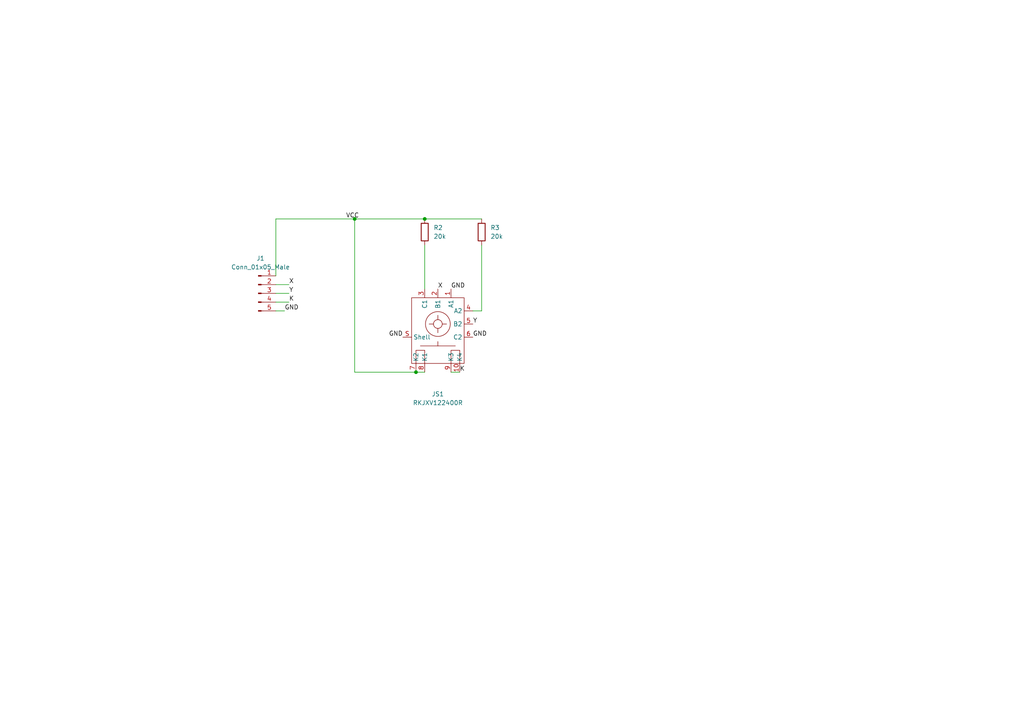
<source format=kicad_sch>
(kicad_sch (version 20211123) (generator eeschema)
  (paper "A4")
  (lib_symbols
    (symbol "Connector:Conn_01x05_Male" (pin_names (offset 1.016) hide)
      (property "Reference" "J" (at 0 7.62 0))
      (property "Value" "Conn_01x05_Male" (at 0 -7.62 0))
      (symbol "Conn_01x05_Male_1_1"
        (polyline (pts (xy 1.27 -5.08) (xy 0.8636 -5.08)) (stroke (width 0.1524)))
        (polyline (pts (xy 1.27 -2.54) (xy 0.8636 -2.54)) (stroke (width 0.1524)))
        (polyline (pts (xy 1.27 0) (xy 0.8636 0)) (stroke (width 0.1524)))
        (polyline (pts (xy 1.27 2.54) (xy 0.8636 2.54)) (stroke (width 0.1524)))
        (polyline (pts (xy 1.27 5.08) (xy 0.8636 5.08)) (stroke (width 0.1524)))
        (rectangle (start 0.8636 -4.953) (end 0 -5.207) (stroke (width 0.1524)) (fill (type outline)))
        (rectangle (start 0.8636 -2.413) (end 0 -2.667) (stroke (width 0.1524)) (fill (type outline)))
        (rectangle (start 0.8636 0.127) (end 0 -0.127) (stroke (width 0.1524)) (fill (type outline)))
        (rectangle (start 0.8636 2.667) (end 0 2.413) (stroke (width 0.1524)) (fill (type outline)))
        (rectangle (start 0.8636 5.207) (end 0 4.953) (stroke (width 0.1524)) (fill (type outline)))
        (pin passive line (at 5.08 5.08 180) (length 3.81) (name "Pin_1") (number "1"))
        (pin passive line (at 5.08 2.54 180) (length 3.81) (name "Pin_2") (number "2"))
        (pin passive line (at 5.08 0 180) (length 3.81) (name "Pin_3") (number "3"))
        (pin passive line (at 5.08 -2.54 180) (length 3.81) (name "Pin_4") (number "4"))
        (pin passive line (at 5.08 -5.08 180) (length 3.81) (name "Pin_5") (number "5"))
      )
    )
    (symbol "Device:R" (pin_numbers hide) (pin_names (offset 0))
      (property "Reference" "R" (at 2.032 0 90))
      (property "Value" "R" (at 0 0 90))
      (symbol "R_0_1"
        (rectangle (start -1.016 -2.54) (end 1.016 2.54) (stroke (width 0.254)))
      )
      (symbol "R_1_1"
        (pin passive line (at 0 3.81 270) (length 1.27) (name "~") (number "1"))
        (pin passive line (at 0 -3.81 90) (length 1.27) (name "~") (number "2"))
      )
    )
    (symbol "摇杆:RKJXV122400R"
      (property "Reference" "JS" (at -10.16 7.62 0))
      (property "Value" "RKJXV122400R" (at -15.24 5.08 0))
      (symbol "RKJXV122400R_0_1"
        (rectangle (start -7.62 7.62) (end 7.62 -11.43))
        (polyline (pts (xy -5.08 -6.35) (xy 5.08 -6.35)))
        (polyline (pts (xy -1.27 0) (xy -2.54 0)))
        (polyline (pts (xy 0 -6.35) (xy 0 -5.08)))
        (polyline (pts (xy 0 -1.27) (xy 0 -2.54)))
        (polyline (pts (xy 0 1.27) (xy 0 2.54)))
        (polyline (pts (xy 1.27 0) (xy 2.54 0)))
        (polyline (pts (xy -6.35 -11.43) (xy -6.35 -7.62) (xy -3.81 -7.62) (xy -3.81 -11.43)))
        (polyline (pts (xy 3.81 -11.43) (xy 3.81 -7.62) (xy 6.35 -7.62) (xy 6.35 -11.43)))
        (circle (center 0 0) (radius 1.27))
        (circle (center 0 0) (radius 3.5921))
      )
      (symbol "RKJXV122400R_1_1"
        (pin power_in line (at 3.81 10.16 270) (length 2.54) (name "A1") (number "1"))
        (pin free line (at 6.35 -13.97 90) (length 2.54) (name "K4") (number "10"))
        (pin output line (at 0 10.16 270) (length 2.54) (name "B1") (number "2"))
        (pin power_in line (at -3.81 10.16 270) (length 2.54) (name "C1") (number "3"))
        (pin power_in line (at 10.16 3.81 180) (length 2.54) (name "A2") (number "4"))
        (pin output line (at 10.16 0 180) (length 2.54) (name "B2") (number "5"))
        (pin power_in line (at 10.16 -3.81 180) (length 2.54) (name "C2") (number "6"))
        (pin free line (at -6.35 -13.97 90) (length 2.54) (name "K2") (number "7"))
        (pin free line (at -3.81 -13.97 90) (length 2.54) (name "K1") (number "8"))
        (pin free line (at 3.81 -13.97 90) (length 2.54) (name "K3") (number "9"))
        (pin free line (at -10.16 -3.81 0) (length 2.54) (name "Shell") (number "S"))
      )
    )
  )
  (junction (at 123.19 63.5))
  (junction (at 120.65 107.95))
  (junction (at 102.87 63.5))
  (wire (pts (xy 139.7 90.17) (xy 137.16 90.17)))
  (wire (pts (xy 80.01 90.17) (xy 82.55 90.17)))
  (wire (pts (xy 80.01 82.55) (xy 83.82 82.55)))
  (wire (pts (xy 102.87 107.95) (xy 120.65 107.95)))
  (wire (pts (xy 123.19 63.5) (xy 139.7 63.5)))
  (wire (pts (xy 80.01 87.63) (xy 83.82 87.63)))
  (wire (pts (xy 80.01 63.5) (xy 102.87 63.5)))
  (wire (pts (xy 80.01 85.09) (xy 83.82 85.09)))
  (wire (pts (xy 120.65 107.95) (xy 123.19 107.95)))
  (wire (pts (xy 123.19 71.12) (xy 123.19 83.82)))
  (wire (pts (xy 130.81 107.95) (xy 133.35 107.95)))
  (wire (pts (xy 139.7 71.12) (xy 139.7 90.17)))
  (wire (pts (xy 80.01 80.01) (xy 80.01 63.5)))
  (wire (pts (xy 102.87 63.5) (xy 123.19 63.5)))
  (wire (pts (xy 102.87 63.5) (xy 102.87 107.95)))
  (label "K" (at 83.82 87.63 0))
  (label "GND" (at 137.16 97.79 0))
  (label "GND" (at 130.81 83.82 0))
  (label "Y" (at 83.82 85.09 0))
  (label "Y" (at 137.16 93.98 0))
  (label "GND" (at 82.55 90.17 0))
  (label "K" (at 133.35 107.95 0))
  (label "GND" (at 116.84 97.79 180))
  (label "X" (at 83.82 82.55 0))
  (label "VCC" (at 100.33 63.5 0))
  (label "X" (at 127 83.82 0))
  (symbol (lib_id "Connector:Conn_01x05_Male") (at 74.93 85.09 0) (unit 1)
    (property "Reference" "J1" (at 75.565 74.93 0))
    (property "Value" "Conn_01x05_Male" (at 75.565 77.47 0))
    (property "Footprint" "Connector_PinHeader_2.54mm:PinHeader_1x05_P2.54mm_Vertical" (effects hide))
  )
  (symbol (lib_id "摇杆:RKJXV122400R") (at 127 93.98 0) (unit 1)
    (property "Reference" "JS1" (at 127 114.3 0))
    (property "Value" "RKJXV122400R" (at 127 116.84 0))
    (property "Footprint" "摇杆:RKJXV122400R" (effects hide))
    (property "Datasheet" "https://tech.alpsalpine.com/c/products/detail/RKJXV122400R/#ancFig1" (effects hide))
    (property "MPN" "RKJXV122400R" (effects hide))
    (property "Manufacturer" "ALPS" (effects hide))
  )
  (symbol (lib_id "Device:R") (at 123.19 67.31 0) (unit 1)
    (property "Reference" "R2" (at 125.73 66.0399 0) (effects (justify left)))
    (property "Value" "20k" (at 125.73 68.5799 0) (effects (justify left)))
    (property "Footprint" "Resistor_THT:R_Axial_DIN0207_L6.3mm_D2.5mm_P7.62mm_Horizontal" (effects hide))
  )
  (symbol (lib_id "Device:R") (at 139.7 67.31 0) (unit 1)
    (property "Reference" "R3" (at 142.24 66.0399 0) (effects (justify left)))
    (property "Value" "20k" (at 142.24 68.5799 0) (effects (justify left)))
    (property "Footprint" "Resistor_THT:R_Axial_DIN0207_L6.3mm_D2.5mm_P7.62mm_Horizontal" (effects hide))
  )
)
</source>
